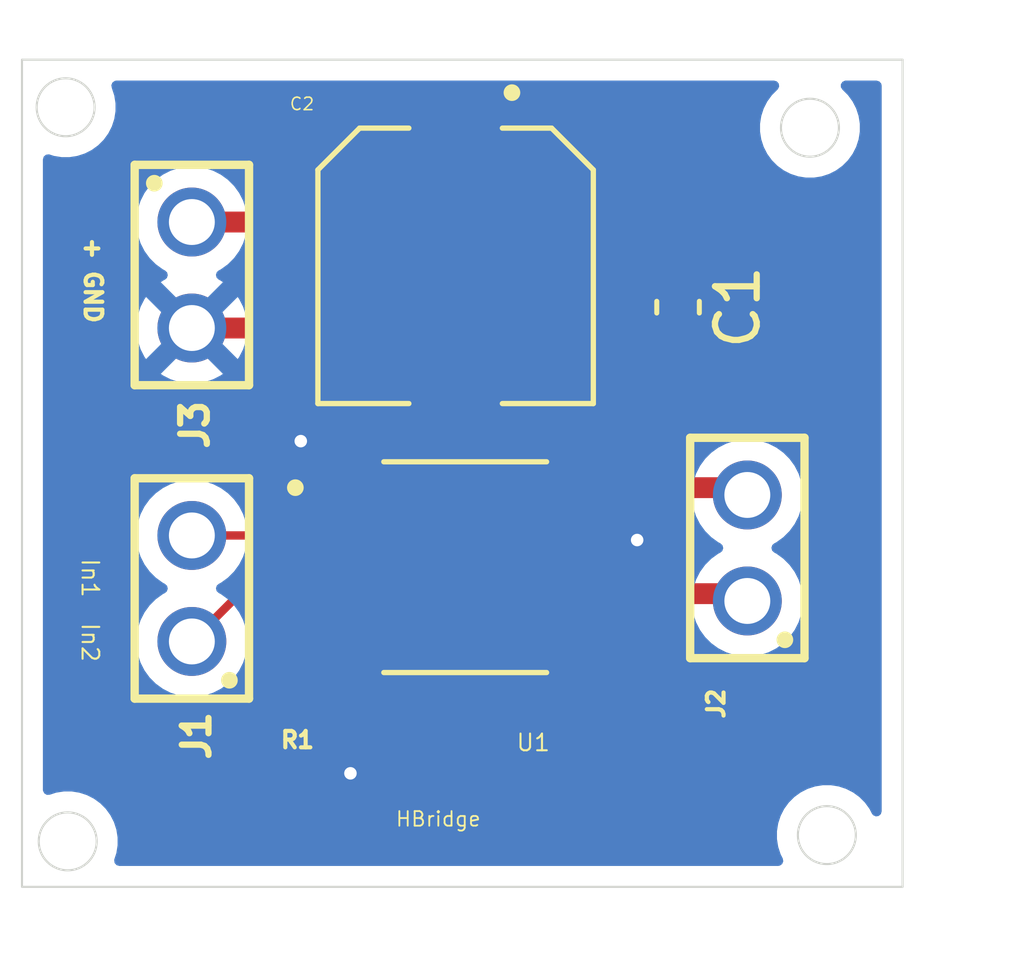
<source format=kicad_pcb>
(kicad_pcb (version 20241229) (generator "pcbnew") (generator_version "9.0")
  (layers (0 "F.Cu" signal) (2 "B.Cu" signal) (13 "F.Paste" user) (15 "B.Paste" user) (5 "F.SilkS" user "F.Silkscreen") (7 "B.SilkS" user "B.Silkscreen") (1 "F.Mask" user) (3 "B.Mask" user) (25 "Edge.Cuts" user))
  (net 0 "")
  (net 1 "GND")
  (net 2 "Net-(U1-VM)")
  (net 3 "Net-(U1-OUT2)")
  (net 4 "Net-(U1-ILIM)")
  (net 5 "Net-(U1-IN1)")
  (net 6 "Net-(U1-IN2)")
  (net 7 "Net-(U1-OUT1)")
  (footprint "Capacitor_SMD:C_0603_1608Metric" (layer "F.Cu") (at 134.25 67.52 -90)
    (property "Reference" "C1" (at 0 -1.43 270) (layer "F.SilkS"))
    (property "Value" ".1uf" (hide yes))
    (fp_line (start -0.14058 0.51) (end 0.14058 0.51) (stroke (width 0.12)) (layer "F.SilkS"))
    (fp_line (start -0.14058 -0.51) (end 0.14058 -0.51) (stroke (width 0.12)) (layer "F.SilkS"))
    (pad "1" smd roundrect (at -0.775 0 270) (size 0.9 0.95) (layers "F.Cu" "F.Mask" "F.Paste") (net 2 "Net-(U1-VM)"))
    (pad "2" smd roundrect (at 0.775 0 270) (size 0.9 0.95) (layers "F.Cu" "F.Mask" "F.Paste") (net 1 "GND"))
  )
  (footprint "61300211121:61300211121" (layer "F.Cu") (at 135.91 73.29 90)
    (property "Reference" "J2" (at -3.73 -0.75 90) (layer "F.SilkS") (effects (font (size 0.4 0.4) (thickness 0.1))))
    (property "Value" "6130XX11121_61300211121" (hide yes))
    (fp_line (start 2.64 -1.37) (end 2.64 1.37) (stroke (width 0.2)) (layer "F.SilkS"))
    (fp_line (start -2.64 -1.37) (end 2.64 -1.37) (stroke (width 0.2)) (layer "F.SilkS"))
    (fp_line (start 2.64 1.37) (end -2.64 1.37) (stroke (width 0.2)) (layer "F.SilkS"))
    (fp_line (start -2.64 1.37) (end -2.64 -1.37) (stroke (width 0.2)) (layer "F.SilkS"))
    (fp_circle (center -2.2 0.9) (end -2.1 0.9) (stroke (width 0.2)) (fill no) (layer "F.SilkS"))
    (pad "1" thru_hole circle (at -1.27 0 90) (size 1.65 1.65) (drill 1.1) (layers "*.Cu" "*.Mask") (net 7 "Net-(U1-OUT1)"))
    (pad "2" thru_hole circle (at 1.27 0 90) (size 1.65 1.65) (drill 1.1) (layers "*.Cu" "*.Mask") (net 3 "Net-(U1-OUT2)"))
  )
  (footprint "61300211121:61300211121" (layer "F.Cu") (at 122.6 74.26 90)
    (property "Reference" "J1" (at -3.53 0.11 90) (layer "F.SilkS") (effects (font (size 0.64 0.64))))
    (property "Value" "6130XX11121_61300211121" (hide yes))
    (fp_line (start 2.64 -1.37) (end 2.64 1.37) (stroke (width 0.2)) (layer "F.SilkS"))
    (fp_line (start -2.64 -1.37) (end 2.64 -1.37) (stroke (width 0.2)) (layer "F.SilkS"))
    (fp_line (start 2.64 1.37) (end -2.64 1.37) (stroke (width 0.2)) (layer "F.SilkS"))
    (fp_line (start -2.64 1.37) (end -2.64 -1.37) (stroke (width 0.2)) (layer "F.SilkS"))
    (fp_circle (center -2.2 0.9) (end -2.1 0.9) (stroke (width 0.2)) (fill no) (layer "F.SilkS"))
    (pad "1" thru_hole circle (at -1.27 0 90) (size 1.65 1.65) (drill 1.1) (layers "*.Cu" "*.Mask") (net 5 "Net-(U1-IN1)"))
    (pad "2" thru_hole circle (at 1.27 0 90) (size 1.65 1.65) (drill 1.1) (layers "*.Cu" "*.Mask") (net 6 "Net-(U1-IN2)"))
  )
  (footprint "CRCW060330K0FKEAC (1):RESC1608X55N" (layer "F.Cu") (at 127.25 77.74)
    (property "Reference" "R1" (at -2.12 0.15 0) (layer "F.SilkS") (effects (font (size 0.393701 0.393701) (thickness 0.098425))))
    (property "Value" "CRCW060330K0FKEAC" (hide yes))
    (pad "1" smd rect (at -0.78 0) (size 0.87 0.93) (layers "F.Cu" "F.Mask" "F.Paste") (net 1 "GND"))
    (pad "2" smd rect (at 0.78 0) (size 0.87 0.93) (layers "F.Cu" "F.Mask" "F.Paste") (net 4 "Net-(U1-ILIM)"))
  )
  (footprint "61300211121:61300211121" (layer "F.Cu") (at 122.6 66.75 -90)
    (property "Reference" "J3" (at 3.59 -0.07 90) (layer "F.SilkS") (effects (font (size 0.64 0.64))))
    (property "Value" "6130XX11121_61300211121" (hide yes))
    (fp_line (start -2.64 1.37) (end -2.64 -1.37) (stroke (width 0.2)) (layer "F.SilkS"))
    (fp_line (start 2.64 1.37) (end -2.64 1.37) (stroke (width 0.2)) (layer "F.SilkS"))
    (fp_line (start -2.64 -1.37) (end 2.64 -1.37) (stroke (width 0.2)) (layer "F.SilkS"))
    (fp_line (start 2.64 -1.37) (end 2.64 1.37) (stroke (width 0.2)) (layer "F.SilkS"))
    (fp_circle (center -2.2 0.9) (end -2.1 0.9) (stroke (width 0.2)) (fill no) (layer "F.SilkS"))
    (pad "1" thru_hole circle (at -1.27 0 270) (size 1.65 1.65) (drill 1.1) (layers "*.Cu" "*.Mask") (net 2 "Net-(U1-VM)"))
    (pad "2" thru_hole circle (at 1.27 0 270) (size 1.65 1.65) (drill 1.1) (layers "*.Cu" "*.Mask") (net 1 "GND"))
  )
  (footprint "DRV8871DDA:VREG_LM5017MR_NOPB" (layer "F.Cu") (at 129.15 73.75)
    (property "Reference" "U1" (at 1.63 4.205 0) (layer "F.SilkS") (effects (font (size 0.4 0.4) (thickness 0.05))))
    (property "Value" "DRV8871DDA" (hide yes))
    (fp_line (start -1.95 -2.525) (end 1.95 -2.525) (stroke (width 0.127)) (layer "F.SilkS"))
    (fp_line (start -1.95 2.525) (end 1.95 2.525) (stroke (width 0.127)) (layer "F.SilkS"))
    (fp_circle (center -4.07 -1.905) (end -3.97 -1.905) (stroke (width 0.2)) (fill no) (layer "F.SilkS"))
    (pad "1" smd roundrect (at -2.7 -1.905) (size 1.55 0.6) (layers "F.Cu" "F.Paste") (roundrect_rratio 0.025) (net 1 "GND"))
    (pad "2" smd roundrect (at -2.7 -0.635) (size 1.55 0.6) (layers "F.Cu" "F.Paste") (roundrect_rratio 0.025) (net 6 "Net-(U1-IN2)"))
    (pad "3" smd roundrect (at -2.7 0.635) (size 1.55 0.6) (layers "F.Cu" "F.Paste") (roundrect_rratio 0.025) (net 5 "Net-(U1-IN1)"))
    (pad "4" smd roundrect (at -2.7 1.905) (size 1.55 0.6) (layers "F.Cu" "F.Paste") (roundrect_rratio 0.025) (net 4 "Net-(U1-ILIM)"))
    (pad "5" smd roundrect (at 2.7 1.905) (size 1.55 0.6) (layers "F.Cu" "F.Paste") (roundrect_rratio 0.025) (net 2 "Net-(U1-VM)"))
    (pad "6" smd roundrect (at 2.7 0.635) (size 1.55 0.6) (layers "F.Cu" "F.Paste") (roundrect_rratio 0.025) (net 7 "Net-(U1-OUT1)"))
    (pad "7" smd roundrect (at 2.7 -0.635) (size 1.55 0.6) (layers "F.Cu" "F.Paste") (roundrect_rratio 0.025) (net 1 "GND"))
    (pad "8" smd roundrect (at 2.7 -1.905) (size 1.55 0.6) (layers "F.Cu" "F.Paste") (roundrect_rratio 0.025) (net 3 "Net-(U1-OUT2)"))
    (pad "9" smd rect (at 0 0) (size 2.95 4.9) (layers "F.Cu"))
  )
  (footprint "EEHZC1V470P:CAP_EEHZC1V470P" (layer "F.Cu") (at 128.92 66.53 -90)
    (property "Reference" "C2" (at -3.88 3.68 0) (layer "F.SilkS") (effects (font (size 0.3 0.3) (thickness 0.0375))))
    (property "Value" "EEHZC1V470P" (hide yes))
    (fp_line (start -2.3 3.3) (end 3.3 3.3) (stroke (width 0.127)) (layer "F.SilkS"))
    (fp_line (start 3.3 3.3) (end 3.3 1.12) (stroke (width 0.127)) (layer "F.SilkS"))
    (fp_line (start -3.3 2.3) (end -2.3 3.3) (stroke (width 0.127)) (layer "F.SilkS"))
    (fp_line (start -3.3 1.12) (end -3.3 2.3) (stroke (width 0.127)) (layer "F.SilkS"))
    (fp_line (start 3.3 -1.12) (end 3.3 -3.3) (stroke (width 0.127)) (layer "F.SilkS"))
    (fp_line (start -3.3 -2.3) (end -3.3 -1.12) (stroke (width 0.127)) (layer "F.SilkS"))
    (fp_line (start -2.3 -3.3) (end -3.3 -2.3) (stroke (width 0.127)) (layer "F.SilkS"))
    (fp_line (start 3.3 -3.3) (end -2.3 -3.3) (stroke (width 0.127)) (layer "F.SilkS"))
    (fp_circle (center -4.15 -1.35) (end -4.05 -1.35) (stroke (width 0.2)) (fill no) (layer "F.SilkS"))
    (pad "1" smd rect (at -2.5 0 270) (size 3.2 1.6) (layers "F.Cu" "F.Mask" "F.Paste") (net 2 "Net-(U1-VM)"))
    (pad "2" smd rect (at 2.5 0 270) (size 3.2 1.6) (layers "F.Cu" "F.Mask" "F.Paste") (net 1 "GND"))
  )
  (gr_rect (start 118.53 61.59) (end 139.63 81.41) (stroke (width 0.05)) (fill no) (layer "Edge.Cuts"))
  (gr_circle (center 137.815378 80.17) (end 138.165378 80.77) (stroke (width 0.05)) (fill no) (layer "Edge.Cuts"))
  (gr_circle (center 119.625378 80.32) (end 119.975378 80.92) (stroke (width 0.05)) (fill no) (layer "Edge.Cuts"))
  (gr_circle (center 119.575378 62.73) (end 119.925378 63.33) (stroke (width 0.05)) (fill no) (layer "Edge.Cuts"))
  (gr_circle (center 137.41 63.22) (end 137.76 63.82) (stroke (width 0.05)) (fill no) (layer "Edge.Cuts"))
  (gr_text "In1  In2" (at 119.93 73.51 270) (layer "F.SilkS") (effects (font (size 0.4 0.4) (thickness 0.05)) (justify left bottom)))
  (gr_text "HBridge\n" (at 127.46 79.99 0) (layer "F.SilkS") (effects (font (size 0.35 0.35) (thickness 0.04375)) (justify left bottom)))
  (gr_text "+ GND" (at 120 65.8 270) (layer "F.SilkS") (effects (font (size 0.4 0.4) (thickness 0.1)) (justify left bottom)))
  (segment (start 133.255 73.115) (end 133.27 73.1) (width 0.2) (layer "F.Cu") (net 1))
  (segment (start 128.92 69.03) (end 133.515 69.03) (width 0.5) (layer "F.Cu") (net 1))
  (segment (start 133.515 69.03) (end 134.25 68.295) (width 0.5) (layer "F.Cu") (net 1))
  (segment (start 125.335 70.73) (end 125.21 70.73) (width 0.2) (layer "F.Cu") (net 1))
  (segment (start 125.21 70.73) (end 125.1 70.73) (width 0.2) (layer "F.Cu") (net 1))
  (segment (start 126.47 77.74) (end 126.47 78.62) (width 0.2) (layer "F.Cu") (net 1))
  (segment (start 126.47 78.62) (end 126.4 78.69) (width 0.2) (layer "F.Cu") (net 1))
  (segment (start 126.45 71.845) (end 125.335 70.73) (width 0.2) (layer "F.Cu") (net 1))
  (segment (start 122.6 68.02) (end 127.91 68.02) (width 0.5) (layer "F.Cu") (net 1))
  (segment (start 127.91 68.02) (end 128.92 69.03) (width 0.5) (layer "F.Cu") (net 1))
  (segment (start 131.85 73.115) (end 133.255 73.115) (width 0.2) (layer "F.Cu") (net 1))
  (via (at 133.27 73.1) (size 0.6) (drill 0.3) (layers "F.Cu" "B.Cu") (net 1))
  (via (at 125.21 70.73) (size 0.6) (drill 0.3) (layers "F.Cu" "B.Cu") (net 1))
  (via (at 126.4 78.69) (size 0.6) (drill 0.3) (layers "F.Cu" "B.Cu") (net 1))
  (segment (start 131.635 66.745) (end 128.92 64.03) (width 0.5) (layer "F.Cu") (net 2))
  (segment (start 128.92 64.03) (end 136.04 64.03) (width 0.5) (layer "F.Cu") (net 2))
  (segment (start 122.6 65.48) (end 127.47 65.48) (width 0.5) (layer "F.Cu") (net 2))
  (segment (start 136.04 64.03) (end 138.43 66.42) (width 0.5) (layer "F.Cu") (net 2))
  (segment (start 127.47 65.48) (end 128.92 64.03) (width 0.5) (layer "F.Cu") (net 2))
  (segment (start 138.43 66.42) (end 138.43 77.32) (width 0.5) (layer "F.Cu") (net 2))
  (segment (start 134.25 66.745) (end 131.635 66.745) (width 0.5) (layer "F.Cu") (net 2))
  (segment (start 133.515 77.32) (end 131.85 75.655) (width 0.5) (layer "F.Cu") (net 2))
  (segment (start 138.43 77.32) (end 133.515 77.32) (width 0.5) (layer "F.Cu") (net 2))
  (segment (start 131.85 71.845) (end 135.735 71.845) (width 0.5) (layer "F.Cu") (net 3))
  (segment (start 135.735 71.845) (end 135.91 72.02) (width 0.5) (layer "F.Cu") (net 3))
  (segment (start 126.45 75.655) (end 128.03 77.235) (width 0.2) (layer "F.Cu") (net 4))
  (segment (start 128.03 77.235) (end 128.03 77.74) (width 0.2) (layer "F.Cu") (net 4))
  (segment (start 122.6 75.53) (end 123.745 74.385) (width 0.2) (layer "F.Cu") (net 5))
  (segment (start 123.745 74.385) (end 126.45 74.385) (width 0.2) (layer "F.Cu") (net 5))
  (segment (start 126.325 72.99) (end 126.45 73.115) (width 0.2) (layer "F.Cu") (net 6))
  (segment (start 122.6 72.99) (end 126.325 72.99) (width 0.2) (layer "F.Cu") (net 6))
  (segment (start 131.85 74.385) (end 135.735 74.385) (width 0.5) (layer "F.Cu") (net 7))
  (segment (start 135.735 74.385) (end 135.91 74.56) (width 0.5) (layer "F.Cu") (net 7))
  (zone (net 1) (net_name "GND") (layer "B.Cu") (connect_pads (clearance 0.5)) (min_thickness 0.25) (fill yes (thermal_gap 0.5) (thermal_bridge_width 0.5))
    (polygon (pts (xy 118.023346 60.764729) (xy 118.002918 82.346693) (xy 142.56 83.02) (xy 140.2 60.16)))
  )
)
</source>
